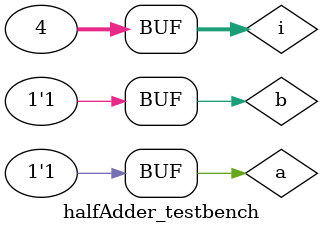
<source format=sv>
`timescale 1ns/10ps

module halfAdder (
   output logic sum,
   output logic cOut,
   input  logic a,
   input  logic b
);

   parameter DELAY = 0.05;

   xor #DELAY x0 (sum,  a, b);
   and #DELAY a0 (cOut, a, b);
endmodule

module halfAdder_testbench ();
   logic sum, cOut, a, b;

   halfAdder dut (.sum, .cOut, .a, .b);

   integer i;
   initial begin
      for (i = 0; i < 4; i++) begin
         {a, b} = i; #10; assert({cOut, sum} == a + b);
      end
   end
endmodule

</source>
